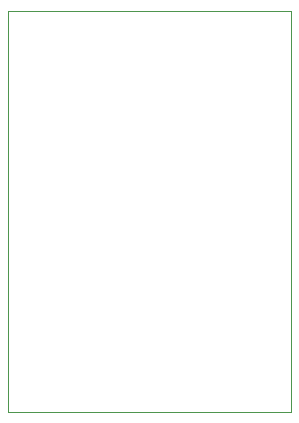
<source format=gbr>
%TF.GenerationSoftware,KiCad,Pcbnew,7.0.10*%
%TF.CreationDate,2025-01-30T23:30:39+01:00*%
%TF.ProjectId,Panel,50616e65-6c2e-46b6-9963-61645f706362,rev?*%
%TF.SameCoordinates,Original*%
%TF.FileFunction,Profile,NP*%
%FSLAX46Y46*%
G04 Gerber Fmt 4.6, Leading zero omitted, Abs format (unit mm)*
G04 Created by KiCad (PCBNEW 7.0.10) date 2025-01-30 23:30:39*
%MOMM*%
%LPD*%
G01*
G04 APERTURE LIST*
%TA.AperFunction,Profile*%
%ADD10C,0.100000*%
%TD*%
G04 APERTURE END LIST*
D10*
X150000000Y-67000000D02*
X174000000Y-67000000D01*
X174000000Y-101000000D01*
X150000000Y-101000000D01*
X150000000Y-67000000D01*
M02*

</source>
